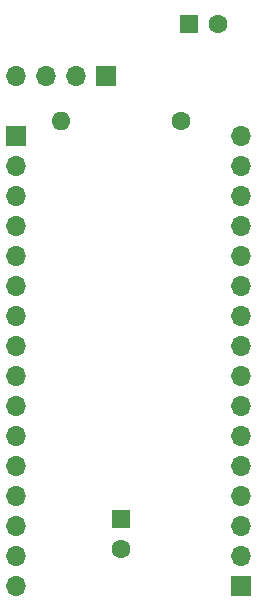
<source format=gbr>
%TF.GenerationSoftware,KiCad,Pcbnew,(5.1.7)-1*%
%TF.CreationDate,2022-07-11T22:21:29-03:00*%
%TF.ProjectId,ROMboard,524f4d62-6f61-4726-942e-6b696361645f,rev?*%
%TF.SameCoordinates,Original*%
%TF.FileFunction,Soldermask,Bot*%
%TF.FilePolarity,Negative*%
%FSLAX46Y46*%
G04 Gerber Fmt 4.6, Leading zero omitted, Abs format (unit mm)*
G04 Created by KiCad (PCBNEW (5.1.7)-1) date 2022-07-11 22:21:29*
%MOMM*%
%LPD*%
G01*
G04 APERTURE LIST*
%ADD10C,1.600000*%
%ADD11R,1.600000X1.600000*%
%ADD12O,1.600000X1.600000*%
%ADD13O,1.700000X1.700000*%
%ADD14R,1.700000X1.700000*%
G04 APERTURE END LIST*
D10*
%TO.C,C2*%
X47585000Y-46355000D03*
D11*
X45085000Y-46355000D03*
%TD*%
D10*
%TO.C,C1*%
X39370000Y-90805000D03*
D11*
X39370000Y-88305000D03*
%TD*%
D12*
%TO.C,R1*%
X34290000Y-54610000D03*
D10*
X44450000Y-54610000D03*
%TD*%
D13*
%TO.C,J2*%
X30480000Y-50800000D03*
X33020000Y-50800000D03*
X35560000Y-50800000D03*
D14*
X38100000Y-50800000D03*
%TD*%
D13*
%TO.C,J1*%
X49530000Y-55880000D03*
X49530000Y-58420000D03*
X49530000Y-60960000D03*
X49530000Y-63500000D03*
X49530000Y-66040000D03*
X49530000Y-68580000D03*
X49530000Y-71120000D03*
X49530000Y-73660000D03*
X49530000Y-76200000D03*
X49530000Y-78740000D03*
X49530000Y-81280000D03*
X49530000Y-83820000D03*
X49530000Y-86360000D03*
X49530000Y-88900000D03*
X49530000Y-91440000D03*
D14*
X49530000Y-93980000D03*
%TD*%
D13*
%TO.C,J0*%
X30480000Y-93980000D03*
X30480000Y-91440000D03*
X30480000Y-88900000D03*
X30480000Y-86360000D03*
X30480000Y-83820000D03*
X30480000Y-81280000D03*
X30480000Y-78740000D03*
X30480000Y-76200000D03*
X30480000Y-73660000D03*
X30480000Y-71120000D03*
X30480000Y-68580000D03*
X30480000Y-66040000D03*
X30480000Y-63500000D03*
X30480000Y-60960000D03*
X30480000Y-58420000D03*
D14*
X30480000Y-55880000D03*
%TD*%
M02*

</source>
